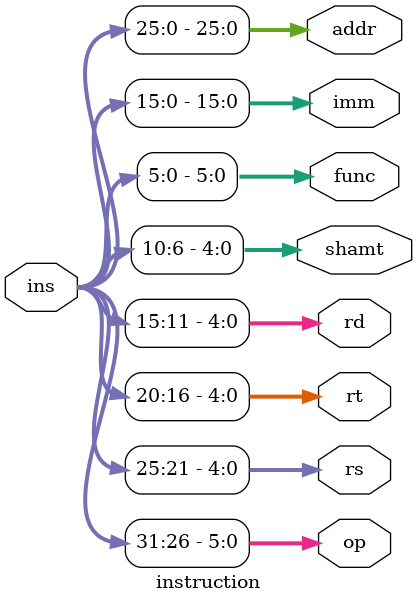
<source format=v>
`timescale 1ns / 1ps


module instruction(
    input [31:0] ins,
    output [5:0] op,
    output [4:0] rs,
    output [4:0] rt,
    output [4:0] rd,
    output [4:0] shamt,
    output [5:0] func,
    output [15:0] imm,
    output [25:0] addr
    );
    assign op=ins[31:26];
    assign rs=ins[25:21];
    assign rt=ins[20:16];
    assign rd=ins[15:11];
    assign shamt=ins[10:6];
    assign func=ins[5:0];
    
    assign imm=ins[15:0];
    assign addr=ins[25:0];
endmodule

</source>
